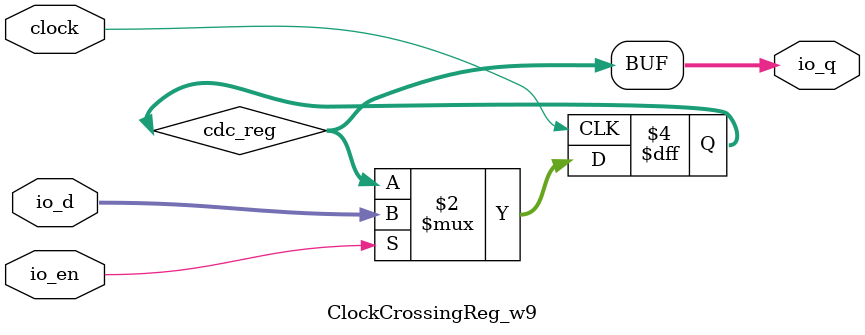
<source format=sv>
`ifndef RANDOMIZE
  `ifdef RANDOMIZE_MEM_INIT
    `define RANDOMIZE
  `endif // RANDOMIZE_MEM_INIT
`endif // not def RANDOMIZE
`ifndef RANDOMIZE
  `ifdef RANDOMIZE_REG_INIT
    `define RANDOMIZE
  `endif // RANDOMIZE_REG_INIT
`endif // not def RANDOMIZE

`ifndef RANDOM
  `define RANDOM $random
`endif // not def RANDOM

// Users can define INIT_RANDOM as general code that gets injected into the
// initializer block for modules with registers.
`ifndef INIT_RANDOM
  `define INIT_RANDOM
`endif // not def INIT_RANDOM

// If using random initialization, you can also define RANDOMIZE_DELAY to
// customize the delay used, otherwise 0.002 is used.
`ifndef RANDOMIZE_DELAY
  `define RANDOMIZE_DELAY 0.002
`endif // not def RANDOMIZE_DELAY

// Define INIT_RANDOM_PROLOG_ for use in our modules below.
`ifndef INIT_RANDOM_PROLOG_
  `ifdef RANDOMIZE
    `ifdef VERILATOR
      `define INIT_RANDOM_PROLOG_ `INIT_RANDOM
    `else  // VERILATOR
      `define INIT_RANDOM_PROLOG_ `INIT_RANDOM #`RANDOMIZE_DELAY begin end
    `endif // VERILATOR
  `else  // RANDOMIZE
    `define INIT_RANDOM_PROLOG_
  `endif // RANDOMIZE
`endif // not def INIT_RANDOM_PROLOG_

// Include register initializers in init blocks unless synthesis is set
`ifndef SYNTHESIS
  `ifndef ENABLE_INITIAL_REG_
    `define ENABLE_INITIAL_REG_
  `endif // not def ENABLE_INITIAL_REG_
`endif // not def SYNTHESIS

// Include rmemory initializers in init blocks unless synthesis is set
`ifndef SYNTHESIS
  `ifndef ENABLE_INITIAL_MEM_
    `define ENABLE_INITIAL_MEM_
  `endif // not def ENABLE_INITIAL_MEM_
`endif // not def SYNTHESIS

// Standard header to adapt well known macros for prints and assertions.

// Users can define 'PRINTF_COND' to add an extra gate to prints.
`ifndef PRINTF_COND_
  `ifdef PRINTF_COND
    `define PRINTF_COND_ (`PRINTF_COND)
  `else  // PRINTF_COND
    `define PRINTF_COND_ 1
  `endif // PRINTF_COND
`endif // not def PRINTF_COND_

// Users can define 'ASSERT_VERBOSE_COND' to add an extra gate to assert error printing.
`ifndef ASSERT_VERBOSE_COND_
  `ifdef ASSERT_VERBOSE_COND
    `define ASSERT_VERBOSE_COND_ (`ASSERT_VERBOSE_COND)
  `else  // ASSERT_VERBOSE_COND
    `define ASSERT_VERBOSE_COND_ 1
  `endif // ASSERT_VERBOSE_COND
`endif // not def ASSERT_VERBOSE_COND_

// Users can define 'STOP_COND' to add an extra gate to stop conditions.
`ifndef STOP_COND_
  `ifdef STOP_COND
    `define STOP_COND_ (`STOP_COND)
  `else  // STOP_COND
    `define STOP_COND_ 1
  `endif // STOP_COND
`endif // not def STOP_COND_

module ClockCrossingReg_w9(
  input        clock,
  input  [8:0] io_d,	// @[generators/rocket-chip/src/main/scala/util/SynchronizerReg.scala:195:14]
  output [8:0] io_q,	// @[generators/rocket-chip/src/main/scala/util/SynchronizerReg.scala:195:14]
  input        io_en	// @[generators/rocket-chip/src/main/scala/util/SynchronizerReg.scala:195:14]
);

  reg [8:0] cdc_reg;	// @[generators/rocket-chip/src/main/scala/util/SynchronizerReg.scala:201:76]
  always @(posedge clock) begin
    if (io_en)	// @[generators/rocket-chip/src/main/scala/util/SynchronizerReg.scala:195:14]
      cdc_reg <= io_d;	// @[generators/rocket-chip/src/main/scala/util/SynchronizerReg.scala:201:76]
  end // always @(posedge)
  `ifdef ENABLE_INITIAL_REG_
    `ifdef FIRRTL_BEFORE_INITIAL
      `FIRRTL_BEFORE_INITIAL
    `endif // FIRRTL_BEFORE_INITIAL
    logic [31:0] _RANDOM[0:0];
    initial begin
      `ifdef INIT_RANDOM_PROLOG_
        `INIT_RANDOM_PROLOG_
      `endif // INIT_RANDOM_PROLOG_
      `ifdef RANDOMIZE_REG_INIT
        _RANDOM[/*Zero width*/ 1'b0] = `RANDOM;
        cdc_reg = _RANDOM[/*Zero width*/ 1'b0][8:0];	// @[generators/rocket-chip/src/main/scala/util/SynchronizerReg.scala:201:76]
      `endif // RANDOMIZE_REG_INIT
    end // initial
    `ifdef FIRRTL_AFTER_INITIAL
      `FIRRTL_AFTER_INITIAL
    `endif // FIRRTL_AFTER_INITIAL
  `endif // ENABLE_INITIAL_REG_
  assign io_q = cdc_reg;	// @[generators/rocket-chip/src/main/scala/util/SynchronizerReg.scala:201:76]
endmodule


</source>
